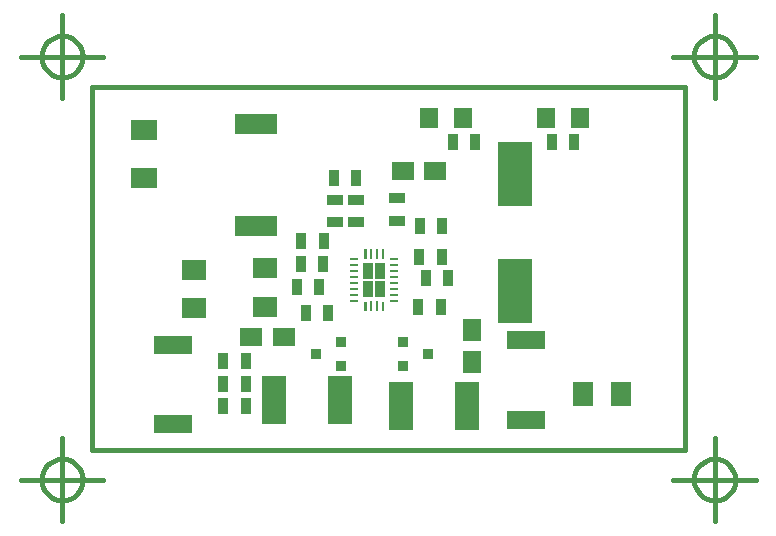
<source format=gtp>
G04 (created by PCBNEW-RS274X (2010-03-14)-final) date mar 08 nov 2011 08:15:05 ART*
G01*
G70*
G90*
%MOIN*%
G04 Gerber Fmt 3.4, Leading zero omitted, Abs format*
%FSLAX34Y34*%
G04 APERTURE LIST*
%ADD10C,0.000100*%
%ADD11C,0.015000*%
%ADD12R,0.085000X0.070000*%
%ADD13R,0.126000X0.060000*%
%ADD14R,0.062900X0.070900*%
%ADD15R,0.076700X0.059000*%
%ADD16R,0.059000X0.076700*%
%ADD17R,0.084600X0.070800*%
%ADD18R,0.070800X0.084600*%
%ADD19R,0.141700X0.070800*%
%ADD20R,0.114100X0.212500*%
%ADD21R,0.009100X0.035400*%
%ADD22R,0.031500X0.009100*%
%ADD23R,0.032300X0.052000*%
%ADD24R,0.009100X0.028500*%
%ADD25R,0.035000X0.055000*%
%ADD26R,0.055000X0.035000*%
%ADD27R,0.080000X0.160000*%
%ADD28R,0.036000X0.036000*%
G04 APERTURE END LIST*
G54D10*
G54D11*
X32789Y-10150D02*
X32775Y-10283D01*
X32737Y-10412D01*
X32673Y-10531D01*
X32588Y-10635D01*
X32485Y-10721D01*
X32366Y-10785D01*
X32238Y-10824D01*
X32104Y-10838D01*
X31971Y-10826D01*
X31842Y-10788D01*
X31723Y-10726D01*
X31618Y-10642D01*
X31532Y-10539D01*
X31467Y-10421D01*
X31427Y-10293D01*
X31412Y-10159D01*
X31423Y-10026D01*
X31460Y-09897D01*
X31521Y-09777D01*
X31605Y-09672D01*
X31707Y-09585D01*
X31825Y-09519D01*
X31953Y-09478D01*
X32086Y-09462D01*
X32219Y-09472D01*
X32349Y-09508D01*
X32469Y-09569D01*
X32575Y-09652D01*
X32663Y-09753D01*
X32729Y-09870D01*
X32771Y-09998D01*
X32788Y-10131D01*
X32789Y-10150D01*
X30722Y-10150D02*
X33478Y-10150D01*
X32100Y-08772D02*
X32100Y-11528D01*
X32789Y-24250D02*
X32775Y-24383D01*
X32737Y-24512D01*
X32673Y-24631D01*
X32588Y-24735D01*
X32485Y-24821D01*
X32366Y-24885D01*
X32238Y-24924D01*
X32104Y-24938D01*
X31971Y-24926D01*
X31842Y-24888D01*
X31723Y-24826D01*
X31618Y-24742D01*
X31532Y-24639D01*
X31467Y-24521D01*
X31427Y-24393D01*
X31412Y-24259D01*
X31423Y-24126D01*
X31460Y-23997D01*
X31521Y-23877D01*
X31605Y-23772D01*
X31707Y-23685D01*
X31825Y-23619D01*
X31953Y-23578D01*
X32086Y-23562D01*
X32219Y-23572D01*
X32349Y-23608D01*
X32469Y-23669D01*
X32575Y-23752D01*
X32663Y-23853D01*
X32729Y-23970D01*
X32771Y-24098D01*
X32788Y-24231D01*
X32789Y-24250D01*
X30722Y-24250D02*
X33478Y-24250D01*
X32100Y-22872D02*
X32100Y-25628D01*
X54539Y-24250D02*
X54525Y-24383D01*
X54487Y-24512D01*
X54423Y-24631D01*
X54338Y-24735D01*
X54235Y-24821D01*
X54116Y-24885D01*
X53988Y-24924D01*
X53854Y-24938D01*
X53721Y-24926D01*
X53592Y-24888D01*
X53473Y-24826D01*
X53368Y-24742D01*
X53282Y-24639D01*
X53217Y-24521D01*
X53177Y-24393D01*
X53162Y-24259D01*
X53173Y-24126D01*
X53210Y-23997D01*
X53271Y-23877D01*
X53355Y-23772D01*
X53457Y-23685D01*
X53575Y-23619D01*
X53703Y-23578D01*
X53836Y-23562D01*
X53969Y-23572D01*
X54099Y-23608D01*
X54219Y-23669D01*
X54325Y-23752D01*
X54413Y-23853D01*
X54479Y-23970D01*
X54521Y-24098D01*
X54538Y-24231D01*
X54539Y-24250D01*
X52472Y-24250D02*
X55228Y-24250D01*
X53850Y-22872D02*
X53850Y-25628D01*
X54539Y-10150D02*
X54525Y-10283D01*
X54487Y-10412D01*
X54423Y-10531D01*
X54338Y-10635D01*
X54235Y-10721D01*
X54116Y-10785D01*
X53988Y-10824D01*
X53854Y-10838D01*
X53721Y-10826D01*
X53592Y-10788D01*
X53473Y-10726D01*
X53368Y-10642D01*
X53282Y-10539D01*
X53217Y-10421D01*
X53177Y-10293D01*
X53162Y-10159D01*
X53173Y-10026D01*
X53210Y-09897D01*
X53271Y-09777D01*
X53355Y-09672D01*
X53457Y-09585D01*
X53575Y-09519D01*
X53703Y-09478D01*
X53836Y-09462D01*
X53969Y-09472D01*
X54099Y-09508D01*
X54219Y-09569D01*
X54325Y-09652D01*
X54413Y-09753D01*
X54479Y-09870D01*
X54521Y-09998D01*
X54538Y-10131D01*
X54539Y-10150D01*
X52472Y-10150D02*
X55228Y-10150D01*
X53850Y-08772D02*
X53850Y-11528D01*
X52850Y-23250D02*
X33100Y-23250D01*
X33100Y-11150D02*
X52850Y-11150D01*
X33100Y-23250D02*
X33100Y-11150D01*
X52850Y-11150D02*
X52850Y-23250D01*
G54D12*
X34830Y-12600D03*
X34830Y-14200D03*
G54D13*
X47550Y-22250D03*
X47550Y-19593D03*
X35800Y-19750D03*
X35800Y-22407D03*
G54D14*
X49359Y-12200D03*
X48241Y-12200D03*
X45459Y-12200D03*
X44341Y-12200D03*
G54D15*
X44541Y-13950D03*
X43459Y-13950D03*
G54D16*
X45750Y-20341D03*
X45750Y-19259D03*
G54D15*
X39491Y-19500D03*
X38409Y-19500D03*
G54D17*
X36500Y-18539D03*
X36500Y-17261D03*
G54D18*
X50739Y-21400D03*
X49461Y-21400D03*
G54D17*
X38850Y-17211D03*
X38850Y-18489D03*
G54D19*
X38550Y-15800D03*
X38550Y-12400D03*
G54D20*
X47200Y-14052D03*
X47200Y-17948D03*
G54D21*
X42392Y-16744D03*
X42608Y-16744D03*
X42608Y-18456D03*
X42392Y-18456D03*
G54D10*
G36*
X42159Y-16883D02*
X42159Y-16569D01*
X42249Y-16569D01*
X42249Y-16883D01*
X42159Y-16883D01*
X42159Y-16883D01*
G37*
G36*
X42751Y-16883D02*
X42751Y-16569D01*
X42841Y-16569D01*
X42841Y-16883D01*
X42751Y-16883D01*
X42751Y-16883D01*
G37*
G36*
X42159Y-18631D02*
X42159Y-18317D01*
X42249Y-18317D01*
X42249Y-18631D01*
X42159Y-18631D01*
X42159Y-18631D01*
G37*
G36*
X42751Y-18631D02*
X42751Y-18317D01*
X42841Y-18317D01*
X42841Y-18631D01*
X42751Y-18631D01*
X42751Y-18631D01*
G37*
G54D22*
X43179Y-17895D03*
X43179Y-18092D03*
X43179Y-18289D03*
X43179Y-16911D03*
X43179Y-17108D03*
X43179Y-17305D03*
X43179Y-17502D03*
X43179Y-17698D03*
X41821Y-17698D03*
X41821Y-17502D03*
X41821Y-17305D03*
X41821Y-17108D03*
X41821Y-16911D03*
X41821Y-18092D03*
X41821Y-17895D03*
X41821Y-18289D03*
G54D23*
X42300Y-17900D03*
X42700Y-17900D03*
X42700Y-17300D03*
G54D24*
X42392Y-16700D03*
X42608Y-16700D03*
X42608Y-18500D03*
X42392Y-18500D03*
G54D23*
X42300Y-17300D03*
G54D25*
X45125Y-13000D03*
X45875Y-13000D03*
X38225Y-21050D03*
X37475Y-21050D03*
X37475Y-20300D03*
X38225Y-20300D03*
X41900Y-14200D03*
X41150Y-14200D03*
X48425Y-13000D03*
X49175Y-13000D03*
G54D26*
X41200Y-15675D03*
X41200Y-14925D03*
X41900Y-14925D03*
X41900Y-15675D03*
G54D25*
X40825Y-16300D03*
X40075Y-16300D03*
X40800Y-17075D03*
X40050Y-17075D03*
X44000Y-16825D03*
X44750Y-16825D03*
X37475Y-21800D03*
X38225Y-21800D03*
X44025Y-15800D03*
X44775Y-15800D03*
X40675Y-17825D03*
X39925Y-17825D03*
X44225Y-17525D03*
X44975Y-17525D03*
X43975Y-18500D03*
X44725Y-18500D03*
X40975Y-18700D03*
X40225Y-18700D03*
G54D26*
X43250Y-15625D03*
X43250Y-14875D03*
G54D27*
X39150Y-21600D03*
X41350Y-21600D03*
X45600Y-21800D03*
X43400Y-21800D03*
G54D28*
X41400Y-19650D03*
X41400Y-20450D03*
X40550Y-20050D03*
X43450Y-20450D03*
X43450Y-19650D03*
X44300Y-20050D03*
M02*

</source>
